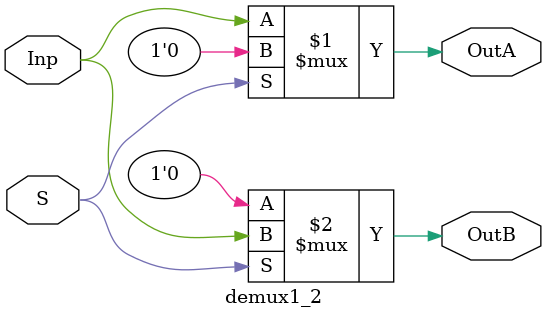
<source format=v>
module demux1_2 (Inp, S, OutA, OutB);
input Inp;
input S;
output OutA;
output OutB;

assign OutA = S ? 1'b0 : Inp;
assign OutB = S ? Inp : 1'b0;

endmodule
</source>
